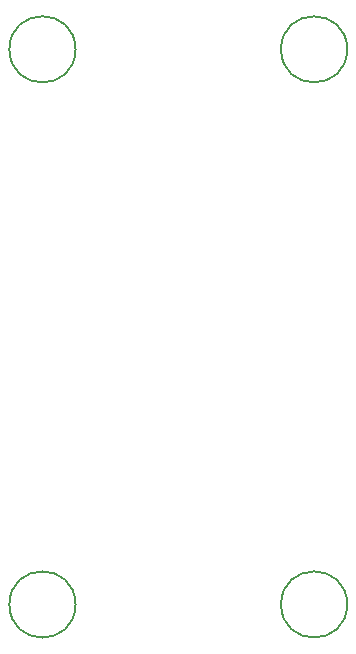
<source format=gbr>
%TF.GenerationSoftware,KiCad,Pcbnew,(6.0.9)*%
%TF.CreationDate,2023-01-09T19:40:24-09:00*%
%TF.ProjectId,ABSIS_ALE_Relay_Module,41425349-535f-4414-9c45-5f52656c6179,1*%
%TF.SameCoordinates,Original*%
%TF.FileFunction,Other,Comment*%
%FSLAX46Y46*%
G04 Gerber Fmt 4.6, Leading zero omitted, Abs format (unit mm)*
G04 Created by KiCad (PCBNEW (6.0.9)) date 2023-01-09 19:40:24*
%MOMM*%
%LPD*%
G01*
G04 APERTURE LIST*
%ADD10C,0.150000*%
G04 APERTURE END LIST*
D10*
%TO.C,H2*%
X36800000Y49000000D02*
G75*
G03*
X36800000Y49000000I-2800000J0D01*
G01*
%TO.C,H3*%
X13800000Y2000000D02*
G75*
G03*
X13800000Y2000000I-2800000J0D01*
G01*
%TO.C,H4*%
X36800000Y2000000D02*
G75*
G03*
X36800000Y2000000I-2800000J0D01*
G01*
%TO.C,H1*%
X13800000Y49000000D02*
G75*
G03*
X13800000Y49000000I-2800000J0D01*
G01*
%TD*%
M02*

</source>
